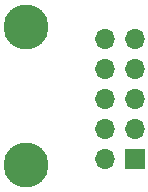
<source format=gbs>
G04 #@! TF.GenerationSoftware,KiCad,Pcbnew,7.0.0-da2b9df05c~163~ubuntu22.04.1*
G04 #@! TF.CreationDate,2023-03-07T01:12:10+00:00*
G04 #@! TF.ProjectId,simpleadapter,73696d70-6c65-4616-9461-707465722e6b,rev?*
G04 #@! TF.SameCoordinates,Original*
G04 #@! TF.FileFunction,Soldermask,Bot*
G04 #@! TF.FilePolarity,Negative*
%FSLAX46Y46*%
G04 Gerber Fmt 4.6, Leading zero omitted, Abs format (unit mm)*
G04 Created by KiCad (PCBNEW 7.0.0-da2b9df05c~163~ubuntu22.04.1) date 2023-03-07 01:12:10*
%MOMM*%
%LPD*%
G01*
G04 APERTURE LIST*
%ADD10R,1.700000X1.700000*%
%ADD11O,1.700000X1.700000*%
%ADD12C,0.001000*%
%ADD13C,3.800000*%
G04 APERTURE END LIST*
D10*
X158368999Y-99567999D03*
D11*
X155828999Y-99567999D03*
X158368999Y-97027999D03*
X155828999Y-97027999D03*
X158368999Y-94487999D03*
X155828999Y-94487999D03*
X158368999Y-91947999D03*
X155828999Y-91947999D03*
X158368999Y-89407999D03*
X155828999Y-89407999D03*
D12*
X149177000Y-91984000D03*
X149177000Y-96484000D03*
D13*
X149177000Y-88384000D03*
X149177000Y-100084000D03*
M02*

</source>
